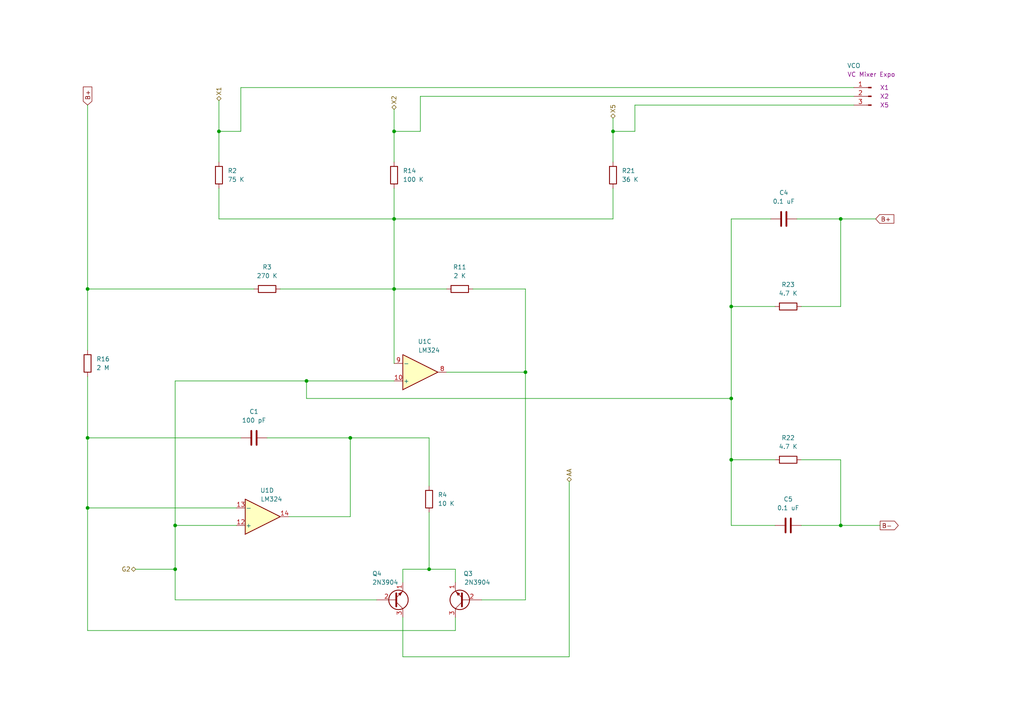
<source format=kicad_sch>
(kicad_sch (version 20231120) (generator "eeschema") (generator_version "8.0")
  (paper "A4")
  (title_block (title "VCO - CV Mixer and Expo Converter") (date "2023-10-29") (rev "0.6.1") (company "Music From Outer Space LLC") (comment 1 "Licence: CC-BY-NC-SA") (comment 2 "Original Design by Ray Wilson") (comment 3 "http://musicfromouterspace.com/analogsynth_new/NOISETOASTER/NOISETOASTER.php") (comment 4 "Created: 2023-06-12"))
  (lib_symbols
    (symbol "Amplifier_Operational:LM324" (pin_names (offset 0.127))
      (property "Reference" "U" (at 0 5.08 0))
      (property "Value" "LM324" (at 0 -5.08 0))
      (symbol "LM324_1_1"
        (polyline (pts (xy -5.08 5.08) (xy 5.08 0) (xy -5.08 -5.08) (xy -5.08 5.08)) (stroke (width 0.254)) (fill (type background)))
        (pin output line (at 7.62 0 180) (length 2.54) (name "~") (number "1"))
        (pin input line (at -7.62 -2.54 0) (length 2.54) (name "-") (number "2"))
        (pin input line (at -7.62 2.54 0) (length 2.54) (name "+") (number "3"))
      )
      (symbol "LM324_2_1"
        (polyline (pts (xy -5.08 5.08) (xy 5.08 0) (xy -5.08 -5.08) (xy -5.08 5.08)) (stroke (width 0.254)) (fill (type background)))
        (pin input line (at -7.62 2.54 0) (length 2.54) (name "+") (number "5"))
        (pin input line (at -7.62 -2.54 0) (length 2.54) (name "-") (number "6"))
        (pin output line (at 7.62 0 180) (length 2.54) (name "~") (number "7"))
      )
      (symbol "LM324_3_1"
        (polyline (pts (xy -5.08 5.08) (xy 5.08 0) (xy -5.08 -5.08) (xy -5.08 5.08)) (stroke (width 0.254)) (fill (type background)))
        (pin input line (at -7.62 2.54 0) (length 2.54) (name "+") (number "10"))
        (pin output line (at 7.62 0 180) (length 2.54) (name "~") (number "8"))
        (pin input line (at -7.62 -2.54 0) (length 2.54) (name "-") (number "9"))
      )
      (symbol "LM324_4_1"
        (polyline (pts (xy -5.08 5.08) (xy 5.08 0) (xy -5.08 -5.08) (xy -5.08 5.08)) (stroke (width 0.254)) (fill (type background)))
        (pin input line (at -7.62 2.54 0) (length 2.54) (name "+") (number "12"))
        (pin input line (at -7.62 -2.54 0) (length 2.54) (name "-") (number "13"))
        (pin output line (at 7.62 0 180) (length 2.54) (name "~") (number "14"))
      )
      (symbol "LM324_5_1"
        (pin power_in line (at -2.54 -7.62 90) (length 3.81) (name "V-") (number "11"))
        (pin power_in line (at -2.54 7.62 270) (length 3.81) (name "V+") (number "4"))
      )
    )
    (symbol "Connector:Conn_01x03_Pin" (pin_names (offset 1.016) hide)
      (property "Reference" "J" (at 0 5.08 0))
      (property "Value" "Conn_01x03_Pin" (at 0 -5.08 0))
      (symbol "Conn_01x03_Pin_1_1"
        (polyline (pts (xy 1.27 -2.54) (xy 0.8636 -2.54)) (stroke (width 0.1524)))
        (polyline (pts (xy 1.27 0) (xy 0.8636 0)) (stroke (width 0.1524)))
        (polyline (pts (xy 1.27 2.54) (xy 0.8636 2.54)) (stroke (width 0.1524)))
        (rectangle (start 0.8636 -2.413) (end 0 -2.667) (stroke (width 0.1524)) (fill (type outline)))
        (rectangle (start 0.8636 0.127) (end 0 -0.127) (stroke (width 0.1524)) (fill (type outline)))
        (rectangle (start 0.8636 2.667) (end 0 2.413) (stroke (width 0.1524)) (fill (type outline)))
        (pin passive line (at 5.08 2.54 180) (length 3.81) (name "Pin_1") (number "1"))
        (pin passive line (at 5.08 0 180) (length 3.81) (name "Pin_2") (number "2"))
        (pin passive line (at 5.08 -2.54 180) (length 3.81) (name "Pin_3") (number "3"))
      )
    )
    (symbol "Device:C" (pin_numbers hide) (pin_names (offset 0.254))
      (property "Reference" "C" (at 0.635 2.54 0))
      (property "Value" "C" (at 0.635 -2.54 0))
      (symbol "C_0_1"
        (polyline (pts (xy -2.032 -0.762) (xy 2.032 -0.762)) (stroke (width 0.508)))
        (polyline (pts (xy -2.032 0.762) (xy 2.032 0.762)) (stroke (width 0.508)))
      )
      (symbol "C_1_1"
        (pin passive line (at 0 3.81 270) (length 2.794) (name "~") (number "1"))
        (pin passive line (at 0 -3.81 90) (length 2.794) (name "~") (number "2"))
      )
    )
    (symbol "Device:R" (pin_numbers hide) (pin_names (offset 0))
      (property "Reference" "R" (at 2.032 0 90))
      (property "Value" "R" (at 0 0 90))
      (symbol "R_0_1"
        (rectangle (start -1.016 -2.54) (end 1.016 2.54) (stroke (width 0.254)))
      )
      (symbol "R_1_1"
        (pin passive line (at 0 3.81 270) (length 1.27) (name "~") (number "1"))
        (pin passive line (at 0 -3.81 90) (length 1.27) (name "~") (number "2"))
      )
    )
    (symbol "Transistor_BJT:2N3904" (pin_names (offset 0) hide)
      (property "Reference" "Q" (at 5.08 1.905 0))
      (property "Value" "2N3904" (at 5.08 0 0))
      (symbol "2N3904_0_1"
        (polyline (pts (xy 0.635 0.635) (xy 2.54 2.54)))
        (polyline (pts (xy 0.635 -0.635) (xy 2.54 -2.54) (xy 2.54 -2.54)))
        (polyline (pts (xy 0.635 1.905) (xy 0.635 -1.905) (xy 0.635 -1.905)) (stroke (width 0.508)))
        (polyline (pts (xy 1.27 -1.778) (xy 1.778 -1.27) (xy 2.286 -2.286) (xy 1.27 -1.778) (xy 1.27 -1.778)) (fill (type outline)))
        (circle (center 1.27 0) (radius 2.8194) (stroke (width 0.254)))
      )
      (symbol "2N3904_1_1"
        (pin passive line (at 2.54 -5.08 90) (length 2.54) (name "E") (number "1"))
        (pin passive line (at -5.08 0 0) (length 5.715) (name "B") (number "2"))
        (pin passive line (at 2.54 5.08 270) (length 2.54) (name "C") (number "3"))
      )
    )
  )
  (junction (at 114.3 63.5))
  (junction (at 88.9 110.49))
  (junction (at 25.4 147.32))
  (junction (at 243.84 63.5))
  (junction (at 101.6 127))
  (junction (at 114.3 83.82))
  (junction (at 25.4 127))
  (junction (at 114.3 38.1))
  (junction (at 25.4 83.82))
  (junction (at 212.09 115.57))
  (junction (at 63.5 38.1))
  (junction (at 50.8 152.4))
  (junction (at 212.09 88.9))
  (junction (at 243.84 152.4))
  (junction (at 212.09 133.35))
  (junction (at 50.8 165.1))
  (junction (at 152.4 107.95))
  (junction (at 177.8 38.1))
  (junction (at 124.46 165.1))
  (wire (pts (xy 25.4 109.22) (xy 25.4 127)))
  (wire (pts (xy 177.8 38.1) (xy 184.15 38.1)))
  (wire (pts (xy 116.84 165.1) (xy 124.46 165.1)))
  (wire (pts (xy 212.09 88.9) (xy 224.79 88.9)))
  (wire (pts (xy 88.9 110.49) (xy 50.8 110.49)))
  (wire (pts (xy 50.8 173.99) (xy 50.8 165.1)))
  (wire (pts (xy 81.28 83.82) (xy 114.3 83.82)))
  (wire (pts (xy 25.4 127) (xy 25.4 147.32)))
  (wire (pts (xy 177.8 54.61) (xy 177.8 63.5)))
  (wire (pts (xy 139.7 173.99) (xy 152.4 173.99)))
  (wire (pts (xy 109.22 173.99) (xy 50.8 173.99)))
  (wire (pts (xy 129.54 83.82) (xy 114.3 83.82)))
  (wire (pts (xy 114.3 110.49) (xy 88.9 110.49)))
  (wire (pts (xy 114.3 63.5) (xy 177.8 63.5)))
  (wire (pts (xy 231.14 63.5) (xy 243.84 63.5)))
  (wire (pts (xy 50.8 110.49) (xy 50.8 152.4)))
  (wire (pts (xy 77.47 127) (xy 101.6 127)))
  (wire (pts (xy 212.09 133.35) (xy 212.09 152.4)))
  (wire (pts (xy 132.08 179.07) (xy 132.08 182.88)))
  (wire (pts (xy 124.46 148.59) (xy 124.46 165.1)))
  (wire (pts (xy 50.8 152.4) (xy 68.58 152.4)))
  (wire (pts (xy 124.46 165.1) (xy 132.08 165.1)))
  (wire (pts (xy 243.84 63.5) (xy 254 63.5)))
  (wire (pts (xy 152.4 83.82) (xy 152.4 107.95)))
  (wire (pts (xy 101.6 127) (xy 124.46 127)))
  (wire (pts (xy 212.09 115.57) (xy 212.09 133.35)))
  (wire (pts (xy 247.65 25.4) (xy 69.85 25.4)))
  (wire (pts (xy 114.3 38.1) (xy 121.92 38.1)))
  (wire (pts (xy 116.84 179.07) (xy 116.84 190.5)))
  (wire (pts (xy 63.5 29.21) (xy 63.5 38.1)))
  (wire (pts (xy 137.16 83.82) (xy 152.4 83.82)))
  (wire (pts (xy 101.6 127) (xy 101.6 149.86)))
  (wire (pts (xy 114.3 63.5) (xy 114.3 83.82)))
  (wire (pts (xy 223.52 63.5) (xy 212.09 63.5)))
  (wire (pts (xy 88.9 110.49) (xy 88.9 115.57)))
  (wire (pts (xy 69.85 25.4) (xy 69.85 38.1)))
  (wire (pts (xy 243.84 152.4) (xy 255.27 152.4)))
  (wire (pts (xy 184.15 30.48) (xy 247.65 30.48)))
  (wire (pts (xy 114.3 54.61) (xy 114.3 63.5)))
  (wire (pts (xy 25.4 30.48) (xy 25.4 83.82)))
  (wire (pts (xy 177.8 38.1) (xy 177.8 46.99)))
  (wire (pts (xy 63.5 38.1) (xy 63.5 46.99)))
  (wire (pts (xy 232.41 88.9) (xy 243.84 88.9)))
  (wire (pts (xy 132.08 165.1) (xy 132.08 168.91)))
  (wire (pts (xy 165.1 190.5) (xy 116.84 190.5)))
  (wire (pts (xy 132.08 182.88) (xy 25.4 182.88)))
  (wire (pts (xy 212.09 63.5) (xy 212.09 88.9)))
  (wire (pts (xy 63.5 63.5) (xy 63.5 54.61)))
  (wire (pts (xy 116.84 168.91) (xy 116.84 165.1)))
  (wire (pts (xy 88.9 115.57) (xy 212.09 115.57)))
  (wire (pts (xy 212.09 88.9) (xy 212.09 115.57)))
  (wire (pts (xy 114.3 105.41) (xy 114.3 83.82)))
  (wire (pts (xy 25.4 127) (xy 69.85 127)))
  (wire (pts (xy 25.4 101.6) (xy 25.4 83.82)))
  (wire (pts (xy 232.41 133.35) (xy 243.84 133.35)))
  (wire (pts (xy 83.82 149.86) (xy 101.6 149.86)))
  (wire (pts (xy 152.4 107.95) (xy 152.4 173.99)))
  (wire (pts (xy 114.3 38.1) (xy 114.3 46.99)))
  (wire (pts (xy 247.65 27.94) (xy 121.92 27.94)))
  (wire (pts (xy 129.54 107.95) (xy 152.4 107.95)))
  (wire (pts (xy 39.37 165.1) (xy 50.8 165.1)))
  (wire (pts (xy 243.84 133.35) (xy 243.84 152.4)))
  (wire (pts (xy 184.15 30.48) (xy 184.15 38.1)))
  (wire (pts (xy 25.4 83.82) (xy 73.66 83.82)))
  (wire (pts (xy 25.4 147.32) (xy 68.58 147.32)))
  (wire (pts (xy 232.41 152.4) (xy 243.84 152.4)))
  (wire (pts (xy 121.92 27.94) (xy 121.92 38.1)))
  (wire (pts (xy 177.8 34.29) (xy 177.8 38.1)))
  (wire (pts (xy 243.84 63.5) (xy 243.84 88.9)))
  (wire (pts (xy 212.09 133.35) (xy 224.79 133.35)))
  (wire (pts (xy 50.8 165.1) (xy 50.8 152.4)))
  (wire (pts (xy 212.09 152.4) (xy 224.79 152.4)))
  (wire (pts (xy 25.4 182.88) (xy 25.4 147.32)))
  (wire (pts (xy 63.5 38.1) (xy 69.85 38.1)))
  (wire (pts (xy 165.1 139.7) (xy 165.1 190.5)))
  (wire (pts (xy 114.3 31.75) (xy 114.3 38.1)))
  (wire (pts (xy 63.5 63.5) (xy 114.3 63.5)))
  (wire (pts (xy 124.46 127) (xy 124.46 140.97)))
  (global_label "B-" (shape output) (at 255.27 152.4 0) (property "Intersheetrefs" "${INTERSHEET_REFS}" (effects (hide yes))))
  (global_label "B+" (shape input) (at 254 63.5 0) (property "Intersheetrefs" "${INTERSHEET_REFS}" (effects (hide yes))))
  (global_label "B+" (shape input) (at 25.4 30.48 90) (property "Intersheetrefs" "${INTERSHEET_REFS}" (effects (hide yes))))
  (hierarchical_label "X1" (shape bidirectional) (at 63.5 29.21 90))
  (hierarchical_label "X2" (shape bidirectional) (at 114.3 31.75 90))
  (hierarchical_label "G2" (shape bidirectional) (at 39.37 165.1 180))
  (hierarchical_label "X5" (shape bidirectional) (at 177.8 34.29 90))
  (hierarchical_label "AA" (shape bidirectional) (at 165.1 139.7 90))
  (symbol (lib_id "Device:R") (at 77.47 83.82 270) (unit 1)
    (property "Reference" "R3" (at 77.47 77.47 90))
    (property "Value" "270 K" (at 77.47 80.01 90))
    (property "Footprint" "Resistor_THT:R_Axial_DIN0207_L6.3mm_D2.5mm_P10.16mm_Horizontal" (effects (hide yes)))
  )
  (symbol (lib_id "Device:C") (at 227.33 63.5 90) (unit 1)
    (property "Reference" "C4" (at 227.33 55.88 90))
    (property "Value" "0.1 uF" (at 227.33 58.42 90))
    (property "Footprint" "Capacitor_THT:C_Disc_D5.1mm_W3.2mm_P5.00mm" (effects (hide yes)))
  )
  (symbol (lib_id "Device:R") (at 228.6 88.9 90) (unit 1)
    (property "Reference" "R23" (at 228.6 82.55 90))
    (property "Value" "4.7 K" (at 228.6 85.09 90))
    (property "Footprint" "Resistor_THT:R_Axial_DIN0207_L6.3mm_D2.5mm_P10.16mm_Horizontal" (effects (hide yes)))
  )
  (symbol (lib_id "Amplifier_Operational:LM324") (at 76.2 149.86 0) (mirror x) (unit 4)
    (property "Reference" "U1" (at 77.47 142.24 0))
    (property "Value" "LM324" (at 78.74 144.78 0))
    (property "Footprint" "Package_DIP:DIP-14_W7.62mm_Socket" (effects (hide yes)))
    (property "Datasheet" "http://www.ti.com/lit/ds/symlink/lm2902-n.pdf" (effects (hide yes)))
  )
  (symbol (lib_id "Device:R") (at 25.4 105.41 180) (unit 1)
    (property "Reference" "R16" (at 27.94 104.14 0) (effects (justify right)))
    (property "Value" "2 M" (at 27.94 106.68 0) (effects (justify right)))
    (property "Footprint" "Resistor_THT:R_Axial_DIN0207_L6.3mm_D2.5mm_P10.16mm_Horizontal" (effects (hide yes)))
  )
  (symbol (lib_id "Device:C") (at 73.66 127 90) (unit 1)
    (property "Reference" "C1" (at 73.66 119.38 90))
    (property "Value" "100 pF" (at 73.66 121.92 90))
    (property "Footprint" "Capacitor_THT:C_Disc_D5.1mm_W3.2mm_P5.00mm" (effects (hide yes)))
  )
  (symbol (lib_id "Device:R") (at 63.5 50.8 180) (unit 1)
    (property "Reference" "R2" (at 66.04 49.53 0) (effects (justify right)))
    (property "Value" "75 K" (at 66.04 52.07 0) (effects (justify right)))
    (property "Footprint" "Resistor_THT:R_Axial_DIN0207_L6.3mm_D2.5mm_P10.16mm_Horizontal" (effects (hide yes)))
  )
  (symbol (lib_id "Device:C") (at 228.6 152.4 90) (unit 1)
    (property "Reference" "C5" (at 228.6 144.78 90))
    (property "Value" "0.1 uF" (at 228.6 147.32 90))
    (property "Footprint" "Capacitor_THT:C_Disc_D5.1mm_W3.2mm_P5.00mm" (effects (hide yes)))
  )
  (symbol (lib_id "Device:R") (at 133.35 83.82 90) (unit 1)
    (property "Reference" "R11" (at 133.35 77.47 90))
    (property "Value" "2 K" (at 133.35 80.01 90))
    (property "Footprint" "Resistor_THT:R_Axial_DIN0207_L6.3mm_D2.5mm_P10.16mm_Horizontal" (effects (hide yes)))
  )
  (symbol (lib_id "Device:R") (at 228.6 133.35 90) (unit 1)
    (property "Reference" "R22" (at 228.6 127 90))
    (property "Value" "4.7 K" (at 228.6 129.54 90))
    (property "Footprint" "Resistor_THT:R_Axial_DIN0207_L6.3mm_D2.5mm_P10.16mm_Horizontal" (effects (hide yes)))
  )
  (symbol (lib_id "Device:R") (at 124.46 144.78 180) (unit 1)
    (property "Reference" "R4" (at 127 143.51 0) (effects (justify right)))
    (property "Value" "10 K" (at 127 146.05 0) (effects (justify right)))
    (property "Footprint" "Resistor_THT:R_Axial_DIN0207_L6.3mm_D2.5mm_P10.16mm_Horizontal" (effects (hide yes)))
  )
  (symbol (lib_id "Transistor_BJT:2N3904") (at 134.62 173.99 180) (unit 1)
    (property "Reference" "Q3" (at 137.16 166.37 0) (effects (justify left)))
    (property "Value" "2N3904" (at 142.24 168.91 0) (effects (justify left)))
    (property "Footprint" "Package_TO_SOT_THT:TO-92_Inline" (effects (hide yes)))
    (property "Datasheet" "https://www.onsemi.com/pub/Collateral/2N3903-D.PDF" (effects (hide yes)))
  )
  (symbol (lib_id "Device:R") (at 177.8 50.8 180) (unit 1)
    (property "Reference" "R21" (at 180.34 49.53 0) (effects (justify right)))
    (property "Value" "36 K" (at 180.34 52.07 0) (effects (justify right)))
    (property "Footprint" "Resistor_THT:R_Axial_DIN0207_L6.3mm_D2.5mm_P10.16mm_Horizontal" (effects (hide yes)))
  )
  (symbol (lib_id "Connector:Conn_01x03_Pin") (at 252.73 27.94 0) (mirror y) (unit 1)
    (property "Reference" "J5" (effects (hide yes)))
    (property "Value" "VCO" (at 247.65 19.05 0))
    (property "Footprint" "Connector_PinHeader_2.00mm:PinHeader_1x03_P2.00mm_Vertical" (effects (hide yes)))
    (property "Wert2" "VC Mixer Expo" (at 252.73 21.59 0))
    (property "X1" "X1" (at 256.54 25.4 0))
    (property "X2" "X2" (at 256.54 27.94 0))
    (property "X5" "X5" (at 256.54 30.48 0))
  )
  (symbol (lib_id "Amplifier_Operational:LM324") (at 121.92 107.95 0) (mirror x) (unit 3)
    (property "Reference" "U1" (at 123.19 99.06 0))
    (property "Value" "LM324" (at 124.46 101.6 0))
    (property "Footprint" "Package_DIP:DIP-14_W7.62mm_Socket" (effects (hide yes)))
    (property "Datasheet" "http://www.ti.com/lit/ds/symlink/lm2902-n.pdf" (effects (hide yes)))
  )
  (symbol (lib_id "Transistor_BJT:2N3904") (at 114.3 173.99 0) (mirror x) (unit 1)
    (property "Reference" "Q4" (at 107.95 166.37 0) (effects (justify left)))
    (property "Value" "2N3904" (at 107.95 168.91 0) (effects (justify left)))
    (property "Footprint" "Package_TO_SOT_THT:TO-92_Inline" (effects (hide yes)))
    (property "Datasheet" "https://www.onsemi.com/pub/Collateral/2N3903-D.PDF" (effects (hide yes)))
  )
  (symbol (lib_id "Device:R") (at 114.3 50.8 180) (unit 1)
    (property "Reference" "R14" (at 116.84 49.53 0) (effects (justify right)))
    (property "Value" "100 K" (at 116.84 52.07 0) (effects (justify right)))
    (property "Footprint" "Resistor_THT:R_Axial_DIN0207_L6.3mm_D2.5mm_P10.16mm_Horizontal" (effects (hide yes)))
  )
)
</source>
